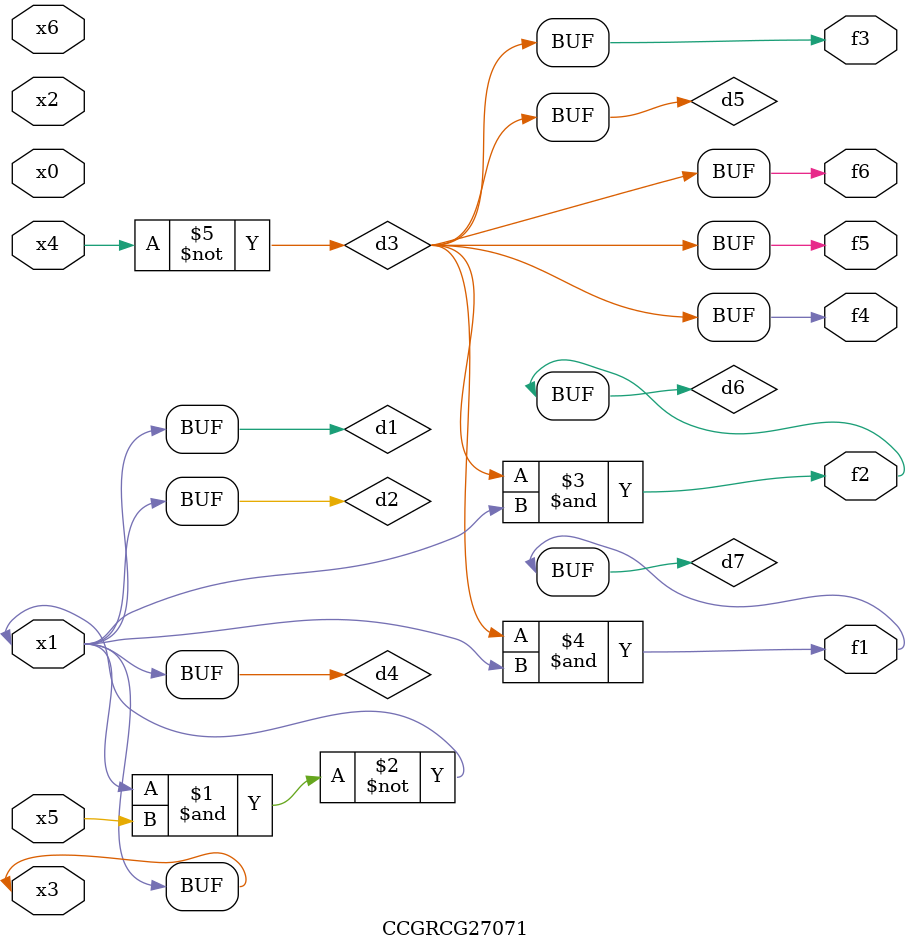
<source format=v>
module CCGRCG27071(
	input x0, x1, x2, x3, x4, x5, x6,
	output f1, f2, f3, f4, f5, f6
);

	wire d1, d2, d3, d4, d5, d6, d7;

	buf (d1, x1, x3);
	nand (d2, x1, x5);
	not (d3, x4);
	buf (d4, d1, d2);
	buf (d5, d3);
	and (d6, d3, d4);
	and (d7, d3, d4);
	assign f1 = d7;
	assign f2 = d6;
	assign f3 = d5;
	assign f4 = d5;
	assign f5 = d5;
	assign f6 = d5;
endmodule

</source>
